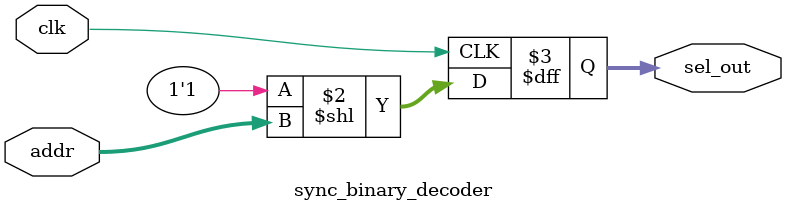
<source format=sv>
module sync_binary_decoder #(
    parameter ADDR_WIDTH = 4,
    parameter OUT_WIDTH = 16
)(
    input wire clk,
    input wire [ADDR_WIDTH-1:0] addr,
    output reg [OUT_WIDTH-1:0] sel_out
);
    always @(posedge clk) begin
        sel_out <= 1'b1 << addr;
    end
endmodule
</source>
